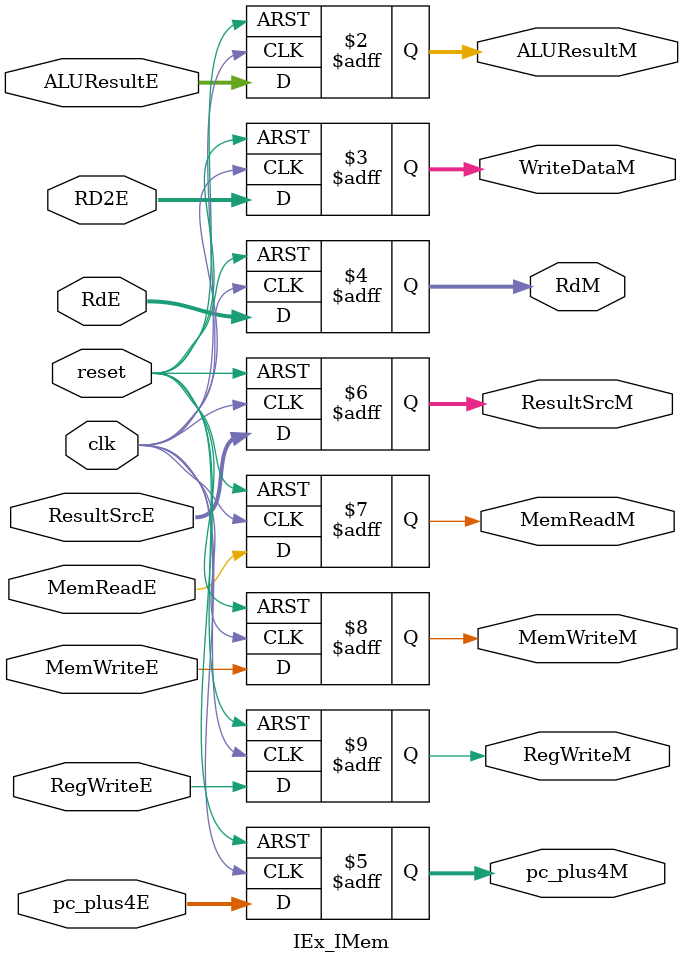
<source format=v>
`timescale 1ns/1ps

module IEx_IMem (
    input clk, reset,
    input [31:0] ALUResultE, RD2E,
    input [4:0] RdE,
    input [31:0] pc_plus4E,
    input [1:0] ResultSrcE,
    input MemReadE, MemWriteE,
    input RegWriteE,             // Input RegWrite signal from Execute stage
    output reg [31:0] ALUResultM, WriteDataM,
    output reg [4:0] RdM,
    output reg [31:0] pc_plus4M,
    output reg [1:0] ResultSrcM,  // 2-bit signal, corrected in reset block
    output reg MemReadM, MemWriteM,
    output reg RegWriteM         // Output RegWrite signal to Memory stage
);

    always @(posedge clk or posedge reset) begin
        if (reset) begin
            ALUResultM <= 32'b0;
            WriteDataM <= 32'b0;
            RdM <= 5'b0;
            pc_plus4M <= 32'b0;
            ResultSrcM <= 2'b0;  // Corrected from 3'b0 to 2'b0
            MemReadM <= 1'b0;
            MemWriteM <= 1'b0;
            RegWriteM <= 1'b0;   // Reset RegWrite signal
        end else begin
            ALUResultM <= ALUResultE;
            WriteDataM <= RD2E;
            RdM <= RdE;
            pc_plus4M <= pc_plus4E;
            ResultSrcM <= ResultSrcE;
            MemReadM <= MemReadE;
            MemWriteM <= MemWriteE;
            RegWriteM <= RegWriteE; // Forward RegWrite signal
        end
    end

endmodule

</source>
